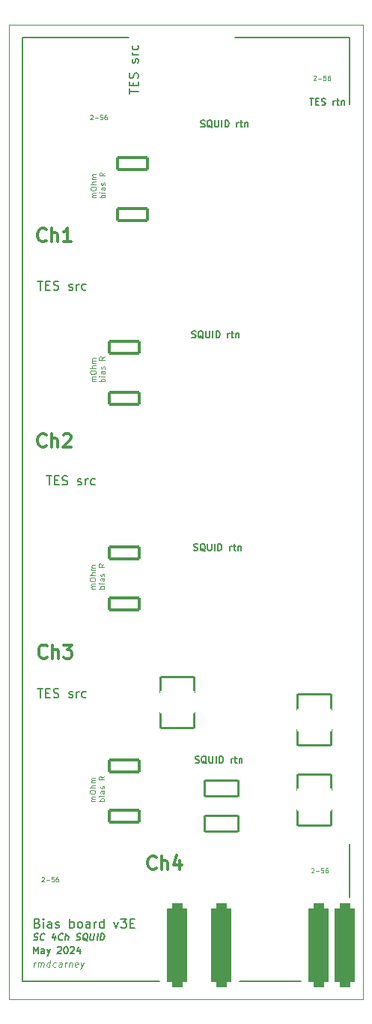
<source format=gbr>
%TF.GenerationSoftware,KiCad,Pcbnew,(6.0.11-0)*%
%TF.CreationDate,2024-06-01T13:31:22-07:00*%
%TF.ProjectId,SC_SQUID_biasBoard,53435f53-5155-4494-945f-62696173426f,v3D.0*%
%TF.SameCoordinates,Original*%
%TF.FileFunction,Legend,Top*%
%TF.FilePolarity,Positive*%
%FSLAX46Y46*%
G04 Gerber Fmt 4.6, Leading zero omitted, Abs format (unit mm)*
G04 Created by KiCad (PCBNEW (6.0.11-0)) date 2024-06-01 13:31:22*
%MOMM*%
%LPD*%
G01*
G04 APERTURE LIST*
G04 Aperture macros list*
%AMRoundRect*
0 Rectangle with rounded corners*
0 $1 Rounding radius*
0 $2 $3 $4 $5 $6 $7 $8 $9 X,Y pos of 4 corners*
0 Add a 4 corners polygon primitive as box body*
4,1,4,$2,$3,$4,$5,$6,$7,$8,$9,$2,$3,0*
0 Add four circle primitives for the rounded corners*
1,1,$1+$1,$2,$3*
1,1,$1+$1,$4,$5*
1,1,$1+$1,$6,$7*
1,1,$1+$1,$8,$9*
0 Add four rect primitives between the rounded corners*
20,1,$1+$1,$2,$3,$4,$5,0*
20,1,$1+$1,$4,$5,$6,$7,0*
20,1,$1+$1,$6,$7,$8,$9,0*
20,1,$1+$1,$8,$9,$2,$3,0*%
G04 Aperture macros list end*
%ADD10C,0.150000*%
%TA.AperFunction,Profile*%
%ADD11C,0.100000*%
%TD*%
%ADD12C,0.101600*%
%ADD13C,0.127000*%
%ADD14C,0.304800*%
%ADD15C,0.088900*%
%ADD16C,0.152400*%
%ADD17C,0.177800*%
%ADD18C,0.000000*%
%ADD19RoundRect,0.100000X-1.900000X-0.900000X1.900000X-0.900000X1.900000X0.900000X-1.900000X0.900000X0*%
%ADD20R,4.000000X2.500000*%
%ADD21C,8.500000*%
%ADD22C,4.500000*%
%ADD23C,3.200000*%
%ADD24R,2.540000X2.540000*%
%ADD25R,1.700000X1.700000*%
%ADD26O,1.700000X1.700000*%
%ADD27RoundRect,0.165000X1.685000X-0.660000X1.685000X0.660000X-1.685000X0.660000X-1.685000X-0.660000X0*%
%ADD28RoundRect,0.571500X-0.571500X-4.128500X0.571500X-4.128500X0.571500X4.128500X-0.571500X4.128500X0*%
%ADD29RoundRect,0.571500X0.571500X4.128500X-0.571500X4.128500X-0.571500X-4.128500X0.571500X-4.128500X0*%
%ADD30C,6.000000*%
G04 APERTURE END LIST*
D10*
X173500000Y-133450000D02*
X173500000Y-139500000D01*
X152000000Y-148950000D02*
X136500000Y-148950000D01*
X173500000Y-42450000D02*
X173500000Y-50000000D01*
X136500000Y-42450000D02*
X148500000Y-42450000D01*
X160500000Y-42500000D02*
X173500000Y-42450000D01*
X136500000Y-148950000D02*
X136500000Y-42450000D01*
X168000000Y-148950000D02*
X161000000Y-148950000D01*
D11*
X175000000Y-41000000D02*
X135000000Y-41000000D01*
X135000000Y-41000000D02*
X135000000Y-151000000D01*
X135000000Y-151000000D02*
X175000000Y-151000000D01*
X175000000Y-151000000D02*
X175000000Y-41000000D01*
D12*
X144726086Y-128657769D02*
X144302753Y-128657769D01*
X144363229Y-128657769D02*
X144332991Y-128627531D01*
X144302753Y-128567055D01*
X144302753Y-128476340D01*
X144332991Y-128415864D01*
X144393467Y-128385626D01*
X144726086Y-128385626D01*
X144393467Y-128385626D02*
X144332991Y-128355388D01*
X144302753Y-128294912D01*
X144302753Y-128204198D01*
X144332991Y-128143721D01*
X144393467Y-128113483D01*
X144726086Y-128113483D01*
X144091086Y-127690150D02*
X144091086Y-127569198D01*
X144121325Y-127508721D01*
X144181801Y-127448245D01*
X144302753Y-127418007D01*
X144514420Y-127418007D01*
X144635372Y-127448245D01*
X144695848Y-127508721D01*
X144726086Y-127569198D01*
X144726086Y-127690150D01*
X144695848Y-127750626D01*
X144635372Y-127811102D01*
X144514420Y-127841340D01*
X144302753Y-127841340D01*
X144181801Y-127811102D01*
X144121325Y-127750626D01*
X144091086Y-127690150D01*
X144726086Y-127145864D02*
X144091086Y-127145864D01*
X144726086Y-126873721D02*
X144393467Y-126873721D01*
X144332991Y-126903960D01*
X144302753Y-126964436D01*
X144302753Y-127055150D01*
X144332991Y-127115626D01*
X144363229Y-127145864D01*
X144726086Y-126571340D02*
X144302753Y-126571340D01*
X144363229Y-126571340D02*
X144332991Y-126541102D01*
X144302753Y-126480626D01*
X144302753Y-126389912D01*
X144332991Y-126329436D01*
X144393467Y-126299198D01*
X144726086Y-126299198D01*
X144393467Y-126299198D02*
X144332991Y-126268960D01*
X144302753Y-126208483D01*
X144302753Y-126117769D01*
X144332991Y-126057293D01*
X144393467Y-126027055D01*
X144726086Y-126027055D01*
X145748436Y-128657769D02*
X145113436Y-128657769D01*
X145355341Y-128657769D02*
X145325103Y-128597293D01*
X145325103Y-128476340D01*
X145355341Y-128415864D01*
X145385579Y-128385626D01*
X145446055Y-128355388D01*
X145627484Y-128355388D01*
X145687960Y-128385626D01*
X145718198Y-128415864D01*
X145748436Y-128476340D01*
X145748436Y-128597293D01*
X145718198Y-128657769D01*
X145748436Y-128083245D02*
X145325103Y-128083245D01*
X145113436Y-128083245D02*
X145143675Y-128113483D01*
X145173913Y-128083245D01*
X145143675Y-128053007D01*
X145113436Y-128083245D01*
X145173913Y-128083245D01*
X145748436Y-127508721D02*
X145415817Y-127508721D01*
X145355341Y-127538960D01*
X145325103Y-127599436D01*
X145325103Y-127720388D01*
X145355341Y-127780864D01*
X145718198Y-127508721D02*
X145748436Y-127569198D01*
X145748436Y-127720388D01*
X145718198Y-127780864D01*
X145657722Y-127811102D01*
X145597246Y-127811102D01*
X145536770Y-127780864D01*
X145506532Y-127720388D01*
X145506532Y-127569198D01*
X145476294Y-127508721D01*
X145718198Y-127236579D02*
X145748436Y-127176102D01*
X145748436Y-127055150D01*
X145718198Y-126994674D01*
X145657722Y-126964436D01*
X145627484Y-126964436D01*
X145567008Y-126994674D01*
X145536770Y-127055150D01*
X145536770Y-127145864D01*
X145506532Y-127206340D01*
X145446055Y-127236579D01*
X145415817Y-127236579D01*
X145355341Y-127206340D01*
X145325103Y-127145864D01*
X145325103Y-127055150D01*
X145355341Y-126994674D01*
X145748436Y-125845626D02*
X145446055Y-126057293D01*
X145748436Y-126208483D02*
X145113436Y-126208483D01*
X145113436Y-125966579D01*
X145143675Y-125906102D01*
X145173913Y-125875864D01*
X145234389Y-125845626D01*
X145325103Y-125845626D01*
X145385579Y-125875864D01*
X145415817Y-125906102D01*
X145446055Y-125966579D01*
X145446055Y-126208483D01*
D13*
X137736764Y-144308428D02*
X137841085Y-144344714D01*
X138022514Y-144344714D01*
X138099621Y-144308428D01*
X138140442Y-144272142D01*
X138185800Y-144199571D01*
X138194871Y-144127000D01*
X138167657Y-144054428D01*
X138135907Y-144018142D01*
X138067871Y-143981857D01*
X137927264Y-143945571D01*
X137859228Y-143909285D01*
X137827478Y-143873000D01*
X137800264Y-143800428D01*
X137809335Y-143727857D01*
X137854692Y-143655285D01*
X137895514Y-143619000D01*
X137972621Y-143582714D01*
X138154050Y-143582714D01*
X138258371Y-143619000D01*
X138938728Y-144272142D02*
X138897907Y-144308428D01*
X138784514Y-144344714D01*
X138711942Y-144344714D01*
X138607621Y-144308428D01*
X138544121Y-144235857D01*
X138516907Y-144163285D01*
X138498764Y-144018142D01*
X138512371Y-143909285D01*
X138566800Y-143764142D01*
X138612157Y-143691571D01*
X138693800Y-143619000D01*
X138807192Y-143582714D01*
X138879764Y-143582714D01*
X138984085Y-143619000D01*
X139015835Y-143655285D01*
X140226871Y-143836714D02*
X140163371Y-144344714D01*
X140081728Y-143546428D02*
X139832264Y-144090714D01*
X140303978Y-144090714D01*
X141007014Y-144272142D02*
X140966192Y-144308428D01*
X140852800Y-144344714D01*
X140780228Y-144344714D01*
X140675907Y-144308428D01*
X140612407Y-144235857D01*
X140585192Y-144163285D01*
X140567050Y-144018142D01*
X140580657Y-143909285D01*
X140635085Y-143764142D01*
X140680442Y-143691571D01*
X140762085Y-143619000D01*
X140875478Y-143582714D01*
X140948050Y-143582714D01*
X141052371Y-143619000D01*
X141084121Y-143655285D01*
X141324514Y-144344714D02*
X141419764Y-143582714D01*
X141651085Y-144344714D02*
X141700978Y-143945571D01*
X141673764Y-143873000D01*
X141605728Y-143836714D01*
X141496871Y-143836714D01*
X141419764Y-143873000D01*
X141378942Y-143909285D01*
X142562764Y-144308428D02*
X142667085Y-144344714D01*
X142848514Y-144344714D01*
X142925621Y-144308428D01*
X142966442Y-144272142D01*
X143011800Y-144199571D01*
X143020871Y-144127000D01*
X142993657Y-144054428D01*
X142961907Y-144018142D01*
X142893871Y-143981857D01*
X142753264Y-143945571D01*
X142685228Y-143909285D01*
X142653478Y-143873000D01*
X142626264Y-143800428D01*
X142635335Y-143727857D01*
X142680692Y-143655285D01*
X142721514Y-143619000D01*
X142798621Y-143582714D01*
X142980050Y-143582714D01*
X143084371Y-143619000D01*
X143819157Y-144417285D02*
X143751121Y-144381000D01*
X143687621Y-144308428D01*
X143592371Y-144199571D01*
X143524335Y-144163285D01*
X143451764Y-144163285D01*
X143465371Y-144344714D02*
X143397335Y-144308428D01*
X143333835Y-144235857D01*
X143315692Y-144090714D01*
X143347442Y-143836714D01*
X143401871Y-143691571D01*
X143483514Y-143619000D01*
X143560621Y-143582714D01*
X143705764Y-143582714D01*
X143773800Y-143619000D01*
X143837300Y-143691571D01*
X143855442Y-143836714D01*
X143823692Y-144090714D01*
X143769264Y-144235857D01*
X143687621Y-144308428D01*
X143610514Y-144344714D01*
X143465371Y-144344714D01*
X144213764Y-143582714D02*
X144136657Y-144199571D01*
X144163871Y-144272142D01*
X144195621Y-144308428D01*
X144263657Y-144344714D01*
X144408800Y-144344714D01*
X144485907Y-144308428D01*
X144526728Y-144272142D01*
X144572085Y-144199571D01*
X144649192Y-143582714D01*
X144916800Y-144344714D02*
X145012050Y-143582714D01*
X145279657Y-144344714D02*
X145374907Y-143582714D01*
X145556335Y-143582714D01*
X145660657Y-143619000D01*
X145724157Y-143691571D01*
X145751371Y-143764142D01*
X145769514Y-143909285D01*
X145755907Y-144018142D01*
X145701478Y-144163285D01*
X145656121Y-144235857D01*
X145574478Y-144308428D01*
X145461085Y-144344714D01*
X145279657Y-144344714D01*
D14*
X139156834Y-88544285D02*
X139084262Y-88616857D01*
X138866548Y-88689428D01*
X138721405Y-88689428D01*
X138503691Y-88616857D01*
X138358548Y-88471714D01*
X138285977Y-88326571D01*
X138213405Y-88036285D01*
X138213405Y-87818571D01*
X138285977Y-87528285D01*
X138358548Y-87383142D01*
X138503691Y-87238000D01*
X138721405Y-87165428D01*
X138866548Y-87165428D01*
X139084262Y-87238000D01*
X139156834Y-87310571D01*
X139809977Y-88689428D02*
X139809977Y-87165428D01*
X140463120Y-88689428D02*
X140463120Y-87891142D01*
X140390548Y-87746000D01*
X140245405Y-87673428D01*
X140027691Y-87673428D01*
X139882548Y-87746000D01*
X139809977Y-87818571D01*
X141116262Y-87310571D02*
X141188834Y-87238000D01*
X141333977Y-87165428D01*
X141696834Y-87165428D01*
X141841977Y-87238000D01*
X141914548Y-87310571D01*
X141987120Y-87455714D01*
X141987120Y-87600857D01*
X141914548Y-87818571D01*
X141043691Y-88689428D01*
X141987120Y-88689428D01*
D15*
X144154546Y-51270190D02*
X144178737Y-51246000D01*
X144227118Y-51221809D01*
X144348070Y-51221809D01*
X144396451Y-51246000D01*
X144420642Y-51270190D01*
X144444832Y-51318571D01*
X144444832Y-51366952D01*
X144420642Y-51439523D01*
X144130356Y-51729809D01*
X144444832Y-51729809D01*
X144662546Y-51536285D02*
X145049594Y-51536285D01*
X145533404Y-51221809D02*
X145291499Y-51221809D01*
X145267308Y-51463714D01*
X145291499Y-51439523D01*
X145339880Y-51415333D01*
X145460832Y-51415333D01*
X145509213Y-51439523D01*
X145533404Y-51463714D01*
X145557594Y-51512095D01*
X145557594Y-51633047D01*
X145533404Y-51681428D01*
X145509213Y-51705619D01*
X145460832Y-51729809D01*
X145339880Y-51729809D01*
X145291499Y-51705619D01*
X145267308Y-51681428D01*
X145993023Y-51221809D02*
X145896261Y-51221809D01*
X145847880Y-51246000D01*
X145823689Y-51270190D01*
X145775308Y-51342761D01*
X145751118Y-51439523D01*
X145751118Y-51633047D01*
X145775308Y-51681428D01*
X145799499Y-51705619D01*
X145847880Y-51729809D01*
X145944642Y-51729809D01*
X145993023Y-51705619D01*
X146017213Y-51681428D01*
X146041404Y-51633047D01*
X146041404Y-51512095D01*
X146017213Y-51463714D01*
X145993023Y-51439523D01*
X145944642Y-51415333D01*
X145847880Y-51415333D01*
X145799499Y-51439523D01*
X145775308Y-51463714D01*
X145751118Y-51512095D01*
D14*
X139156834Y-65369285D02*
X139084262Y-65441857D01*
X138866548Y-65514428D01*
X138721405Y-65514428D01*
X138503691Y-65441857D01*
X138358548Y-65296714D01*
X138285977Y-65151571D01*
X138213405Y-64861285D01*
X138213405Y-64643571D01*
X138285977Y-64353285D01*
X138358548Y-64208142D01*
X138503691Y-64063000D01*
X138721405Y-63990428D01*
X138866548Y-63990428D01*
X139084262Y-64063000D01*
X139156834Y-64135571D01*
X139809977Y-65514428D02*
X139809977Y-63990428D01*
X140463120Y-65514428D02*
X140463120Y-64716142D01*
X140390548Y-64571000D01*
X140245405Y-64498428D01*
X140027691Y-64498428D01*
X139882548Y-64571000D01*
X139809977Y-64643571D01*
X141987120Y-65514428D02*
X141116262Y-65514428D01*
X141551691Y-65514428D02*
X141551691Y-63990428D01*
X141406548Y-64208142D01*
X141261405Y-64353285D01*
X141116262Y-64425857D01*
D13*
X168980121Y-49332714D02*
X169415550Y-49332714D01*
X169197835Y-50094714D02*
X169197835Y-49332714D01*
X169669550Y-49695571D02*
X169923550Y-49695571D01*
X170032407Y-50094714D02*
X169669550Y-50094714D01*
X169669550Y-49332714D01*
X170032407Y-49332714D01*
X170322692Y-50058428D02*
X170431550Y-50094714D01*
X170612978Y-50094714D01*
X170685550Y-50058428D01*
X170721835Y-50022142D01*
X170758121Y-49949571D01*
X170758121Y-49877000D01*
X170721835Y-49804428D01*
X170685550Y-49768142D01*
X170612978Y-49731857D01*
X170467835Y-49695571D01*
X170395264Y-49659285D01*
X170358978Y-49623000D01*
X170322692Y-49550428D01*
X170322692Y-49477857D01*
X170358978Y-49405285D01*
X170395264Y-49369000D01*
X170467835Y-49332714D01*
X170649264Y-49332714D01*
X170758121Y-49369000D01*
X171665264Y-50094714D02*
X171665264Y-49586714D01*
X171665264Y-49731857D02*
X171701550Y-49659285D01*
X171737835Y-49623000D01*
X171810407Y-49586714D01*
X171882978Y-49586714D01*
X172028121Y-49586714D02*
X172318407Y-49586714D01*
X172136978Y-49332714D02*
X172136978Y-49985857D01*
X172173264Y-50058428D01*
X172245835Y-50094714D01*
X172318407Y-50094714D01*
X172572407Y-49586714D02*
X172572407Y-50094714D01*
X172572407Y-49659285D02*
X172608692Y-49623000D01*
X172681264Y-49586714D01*
X172790121Y-49586714D01*
X172862692Y-49623000D01*
X172898978Y-49695571D01*
X172898978Y-50094714D01*
X155652692Y-76308428D02*
X155761550Y-76344714D01*
X155942978Y-76344714D01*
X156015550Y-76308428D01*
X156051835Y-76272142D01*
X156088121Y-76199571D01*
X156088121Y-76127000D01*
X156051835Y-76054428D01*
X156015550Y-76018142D01*
X155942978Y-75981857D01*
X155797835Y-75945571D01*
X155725264Y-75909285D01*
X155688978Y-75873000D01*
X155652692Y-75800428D01*
X155652692Y-75727857D01*
X155688978Y-75655285D01*
X155725264Y-75619000D01*
X155797835Y-75582714D01*
X155979264Y-75582714D01*
X156088121Y-75619000D01*
X156922692Y-76417285D02*
X156850121Y-76381000D01*
X156777550Y-76308428D01*
X156668692Y-76199571D01*
X156596121Y-76163285D01*
X156523550Y-76163285D01*
X156559835Y-76344714D02*
X156487264Y-76308428D01*
X156414692Y-76235857D01*
X156378407Y-76090714D01*
X156378407Y-75836714D01*
X156414692Y-75691571D01*
X156487264Y-75619000D01*
X156559835Y-75582714D01*
X156704978Y-75582714D01*
X156777550Y-75619000D01*
X156850121Y-75691571D01*
X156886407Y-75836714D01*
X156886407Y-76090714D01*
X156850121Y-76235857D01*
X156777550Y-76308428D01*
X156704978Y-76344714D01*
X156559835Y-76344714D01*
X157212978Y-75582714D02*
X157212978Y-76199571D01*
X157249264Y-76272142D01*
X157285550Y-76308428D01*
X157358121Y-76344714D01*
X157503264Y-76344714D01*
X157575835Y-76308428D01*
X157612121Y-76272142D01*
X157648407Y-76199571D01*
X157648407Y-75582714D01*
X158011264Y-76344714D02*
X158011264Y-75582714D01*
X158374121Y-76344714D02*
X158374121Y-75582714D01*
X158555550Y-75582714D01*
X158664407Y-75619000D01*
X158736978Y-75691571D01*
X158773264Y-75764142D01*
X158809550Y-75909285D01*
X158809550Y-76018142D01*
X158773264Y-76163285D01*
X158736978Y-76235857D01*
X158664407Y-76308428D01*
X158555550Y-76344714D01*
X158374121Y-76344714D01*
X159716692Y-76344714D02*
X159716692Y-75836714D01*
X159716692Y-75981857D02*
X159752978Y-75909285D01*
X159789264Y-75873000D01*
X159861835Y-75836714D01*
X159934407Y-75836714D01*
X160079550Y-75836714D02*
X160369835Y-75836714D01*
X160188407Y-75582714D02*
X160188407Y-76235857D01*
X160224692Y-76308428D01*
X160297264Y-76344714D01*
X160369835Y-76344714D01*
X160623835Y-75836714D02*
X160623835Y-76344714D01*
X160623835Y-75909285D02*
X160660121Y-75873000D01*
X160732692Y-75836714D01*
X160841550Y-75836714D01*
X160914121Y-75873000D01*
X160950407Y-75945571D01*
X160950407Y-76344714D01*
D16*
X138179631Y-142427428D02*
X138324774Y-142475809D01*
X138373155Y-142524190D01*
X138421536Y-142620952D01*
X138421536Y-142766095D01*
X138373155Y-142862857D01*
X138324774Y-142911238D01*
X138228012Y-142959619D01*
X137840964Y-142959619D01*
X137840964Y-141943619D01*
X138179631Y-141943619D01*
X138276393Y-141992000D01*
X138324774Y-142040380D01*
X138373155Y-142137142D01*
X138373155Y-142233904D01*
X138324774Y-142330666D01*
X138276393Y-142379047D01*
X138179631Y-142427428D01*
X137840964Y-142427428D01*
X138856964Y-142959619D02*
X138856964Y-142282285D01*
X138856964Y-141943619D02*
X138808583Y-141992000D01*
X138856964Y-142040380D01*
X138905345Y-141992000D01*
X138856964Y-141943619D01*
X138856964Y-142040380D01*
X139776202Y-142959619D02*
X139776202Y-142427428D01*
X139727821Y-142330666D01*
X139631060Y-142282285D01*
X139437536Y-142282285D01*
X139340774Y-142330666D01*
X139776202Y-142911238D02*
X139679440Y-142959619D01*
X139437536Y-142959619D01*
X139340774Y-142911238D01*
X139292393Y-142814476D01*
X139292393Y-142717714D01*
X139340774Y-142620952D01*
X139437536Y-142572571D01*
X139679440Y-142572571D01*
X139776202Y-142524190D01*
X140211631Y-142911238D02*
X140308393Y-142959619D01*
X140501917Y-142959619D01*
X140598679Y-142911238D01*
X140647060Y-142814476D01*
X140647060Y-142766095D01*
X140598679Y-142669333D01*
X140501917Y-142620952D01*
X140356774Y-142620952D01*
X140260012Y-142572571D01*
X140211631Y-142475809D01*
X140211631Y-142427428D01*
X140260012Y-142330666D01*
X140356774Y-142282285D01*
X140501917Y-142282285D01*
X140598679Y-142330666D01*
X141856583Y-142959619D02*
X141856583Y-141943619D01*
X141856583Y-142330666D02*
X141953345Y-142282285D01*
X142146869Y-142282285D01*
X142243631Y-142330666D01*
X142292012Y-142379047D01*
X142340393Y-142475809D01*
X142340393Y-142766095D01*
X142292012Y-142862857D01*
X142243631Y-142911238D01*
X142146869Y-142959619D01*
X141953345Y-142959619D01*
X141856583Y-142911238D01*
X142920964Y-142959619D02*
X142824202Y-142911238D01*
X142775821Y-142862857D01*
X142727440Y-142766095D01*
X142727440Y-142475809D01*
X142775821Y-142379047D01*
X142824202Y-142330666D01*
X142920964Y-142282285D01*
X143066107Y-142282285D01*
X143162869Y-142330666D01*
X143211250Y-142379047D01*
X143259631Y-142475809D01*
X143259631Y-142766095D01*
X143211250Y-142862857D01*
X143162869Y-142911238D01*
X143066107Y-142959619D01*
X142920964Y-142959619D01*
X144130488Y-142959619D02*
X144130488Y-142427428D01*
X144082107Y-142330666D01*
X143985345Y-142282285D01*
X143791821Y-142282285D01*
X143695060Y-142330666D01*
X144130488Y-142911238D02*
X144033726Y-142959619D01*
X143791821Y-142959619D01*
X143695060Y-142911238D01*
X143646679Y-142814476D01*
X143646679Y-142717714D01*
X143695060Y-142620952D01*
X143791821Y-142572571D01*
X144033726Y-142572571D01*
X144130488Y-142524190D01*
X144614298Y-142959619D02*
X144614298Y-142282285D01*
X144614298Y-142475809D02*
X144662679Y-142379047D01*
X144711060Y-142330666D01*
X144807821Y-142282285D01*
X144904583Y-142282285D01*
X145678679Y-142959619D02*
X145678679Y-141943619D01*
X145678679Y-142911238D02*
X145581917Y-142959619D01*
X145388393Y-142959619D01*
X145291631Y-142911238D01*
X145243250Y-142862857D01*
X145194869Y-142766095D01*
X145194869Y-142475809D01*
X145243250Y-142379047D01*
X145291631Y-142330666D01*
X145388393Y-142282285D01*
X145581917Y-142282285D01*
X145678679Y-142330666D01*
X146839821Y-142282285D02*
X147081726Y-142959619D01*
X147323631Y-142282285D01*
X147613917Y-141943619D02*
X148242869Y-141943619D01*
X147904202Y-142330666D01*
X148049345Y-142330666D01*
X148146107Y-142379047D01*
X148194488Y-142427428D01*
X148242869Y-142524190D01*
X148242869Y-142766095D01*
X148194488Y-142862857D01*
X148146107Y-142911238D01*
X148049345Y-142959619D01*
X147759060Y-142959619D01*
X147662298Y-142911238D01*
X147613917Y-142862857D01*
X148678298Y-142427428D02*
X149016964Y-142427428D01*
X149162107Y-142959619D02*
X148678298Y-142959619D01*
X148678298Y-141943619D01*
X149162107Y-141943619D01*
D12*
X137752004Y-147344714D02*
X137815504Y-146836714D01*
X137797361Y-146981857D02*
X137842718Y-146909285D01*
X137883540Y-146873000D01*
X137960647Y-146836714D01*
X138033218Y-146836714D01*
X138223718Y-147344714D02*
X138287218Y-146836714D01*
X138278147Y-146909285D02*
X138318968Y-146873000D01*
X138396075Y-146836714D01*
X138504932Y-146836714D01*
X138572968Y-146873000D01*
X138600182Y-146945571D01*
X138550290Y-147344714D01*
X138600182Y-146945571D02*
X138645540Y-146873000D01*
X138722647Y-146836714D01*
X138831504Y-146836714D01*
X138899540Y-146873000D01*
X138926754Y-146945571D01*
X138876861Y-147344714D01*
X139566290Y-147344714D02*
X139661540Y-146582714D01*
X139570825Y-147308428D02*
X139493718Y-147344714D01*
X139348575Y-147344714D01*
X139280540Y-147308428D01*
X139248790Y-147272142D01*
X139221575Y-147199571D01*
X139248790Y-146981857D01*
X139294147Y-146909285D01*
X139334968Y-146873000D01*
X139412075Y-146836714D01*
X139557218Y-146836714D01*
X139625254Y-146873000D01*
X140260254Y-147308428D02*
X140183147Y-147344714D01*
X140038004Y-147344714D01*
X139969968Y-147308428D01*
X139938218Y-147272142D01*
X139911004Y-147199571D01*
X139938218Y-146981857D01*
X139983575Y-146909285D01*
X140024397Y-146873000D01*
X140101504Y-146836714D01*
X140246647Y-146836714D01*
X140314682Y-146873000D01*
X140908861Y-147344714D02*
X140958754Y-146945571D01*
X140931540Y-146873000D01*
X140863504Y-146836714D01*
X140718361Y-146836714D01*
X140641254Y-146873000D01*
X140913397Y-147308428D02*
X140836290Y-147344714D01*
X140654861Y-147344714D01*
X140586825Y-147308428D01*
X140559611Y-147235857D01*
X140568682Y-147163285D01*
X140614040Y-147090714D01*
X140691147Y-147054428D01*
X140872575Y-147054428D01*
X140949682Y-147018142D01*
X141271718Y-147344714D02*
X141335218Y-146836714D01*
X141317075Y-146981857D02*
X141362432Y-146909285D01*
X141403254Y-146873000D01*
X141480361Y-146836714D01*
X141552932Y-146836714D01*
X141806932Y-146836714D02*
X141743432Y-147344714D01*
X141797861Y-146909285D02*
X141838682Y-146873000D01*
X141915790Y-146836714D01*
X142024647Y-146836714D01*
X142092682Y-146873000D01*
X142119897Y-146945571D01*
X142070004Y-147344714D01*
X142727682Y-147308428D02*
X142650575Y-147344714D01*
X142505432Y-147344714D01*
X142437397Y-147308428D01*
X142410182Y-147235857D01*
X142446468Y-146945571D01*
X142491825Y-146873000D01*
X142568932Y-146836714D01*
X142714075Y-146836714D01*
X142782111Y-146873000D01*
X142809325Y-146945571D01*
X142800254Y-147018142D01*
X142428325Y-147090714D01*
X143076932Y-146836714D02*
X143194861Y-147344714D01*
X143439790Y-146836714D02*
X143194861Y-147344714D01*
X143099611Y-147526142D01*
X143058790Y-147562428D01*
X142981682Y-147598714D01*
X144801086Y-60532769D02*
X144377753Y-60532769D01*
X144438229Y-60532769D02*
X144407991Y-60502531D01*
X144377753Y-60442055D01*
X144377753Y-60351340D01*
X144407991Y-60290864D01*
X144468467Y-60260626D01*
X144801086Y-60260626D01*
X144468467Y-60260626D02*
X144407991Y-60230388D01*
X144377753Y-60169912D01*
X144377753Y-60079198D01*
X144407991Y-60018721D01*
X144468467Y-59988483D01*
X144801086Y-59988483D01*
X144166086Y-59565150D02*
X144166086Y-59444198D01*
X144196325Y-59383721D01*
X144256801Y-59323245D01*
X144377753Y-59293007D01*
X144589420Y-59293007D01*
X144710372Y-59323245D01*
X144770848Y-59383721D01*
X144801086Y-59444198D01*
X144801086Y-59565150D01*
X144770848Y-59625626D01*
X144710372Y-59686102D01*
X144589420Y-59716340D01*
X144377753Y-59716340D01*
X144256801Y-59686102D01*
X144196325Y-59625626D01*
X144166086Y-59565150D01*
X144801086Y-59020864D02*
X144166086Y-59020864D01*
X144801086Y-58748721D02*
X144468467Y-58748721D01*
X144407991Y-58778960D01*
X144377753Y-58839436D01*
X144377753Y-58930150D01*
X144407991Y-58990626D01*
X144438229Y-59020864D01*
X144801086Y-58446340D02*
X144377753Y-58446340D01*
X144438229Y-58446340D02*
X144407991Y-58416102D01*
X144377753Y-58355626D01*
X144377753Y-58264912D01*
X144407991Y-58204436D01*
X144468467Y-58174198D01*
X144801086Y-58174198D01*
X144468467Y-58174198D02*
X144407991Y-58143960D01*
X144377753Y-58083483D01*
X144377753Y-57992769D01*
X144407991Y-57932293D01*
X144468467Y-57902055D01*
X144801086Y-57902055D01*
X145823436Y-60532769D02*
X145188436Y-60532769D01*
X145430341Y-60532769D02*
X145400103Y-60472293D01*
X145400103Y-60351340D01*
X145430341Y-60290864D01*
X145460579Y-60260626D01*
X145521055Y-60230388D01*
X145702484Y-60230388D01*
X145762960Y-60260626D01*
X145793198Y-60290864D01*
X145823436Y-60351340D01*
X145823436Y-60472293D01*
X145793198Y-60532769D01*
X145823436Y-59958245D02*
X145400103Y-59958245D01*
X145188436Y-59958245D02*
X145218675Y-59988483D01*
X145248913Y-59958245D01*
X145218675Y-59928007D01*
X145188436Y-59958245D01*
X145248913Y-59958245D01*
X145823436Y-59383721D02*
X145490817Y-59383721D01*
X145430341Y-59413960D01*
X145400103Y-59474436D01*
X145400103Y-59595388D01*
X145430341Y-59655864D01*
X145793198Y-59383721D02*
X145823436Y-59444198D01*
X145823436Y-59595388D01*
X145793198Y-59655864D01*
X145732722Y-59686102D01*
X145672246Y-59686102D01*
X145611770Y-59655864D01*
X145581532Y-59595388D01*
X145581532Y-59444198D01*
X145551294Y-59383721D01*
X145793198Y-59111579D02*
X145823436Y-59051102D01*
X145823436Y-58930150D01*
X145793198Y-58869674D01*
X145732722Y-58839436D01*
X145702484Y-58839436D01*
X145642008Y-58869674D01*
X145611770Y-58930150D01*
X145611770Y-59020864D01*
X145581532Y-59081340D01*
X145521055Y-59111579D01*
X145490817Y-59111579D01*
X145430341Y-59081340D01*
X145400103Y-59020864D01*
X145400103Y-58930150D01*
X145430341Y-58869674D01*
X145823436Y-57720626D02*
X145521055Y-57932293D01*
X145823436Y-58083483D02*
X145188436Y-58083483D01*
X145188436Y-57841579D01*
X145218675Y-57781102D01*
X145248913Y-57750864D01*
X145309389Y-57720626D01*
X145400103Y-57720626D01*
X145460579Y-57750864D01*
X145490817Y-57781102D01*
X145521055Y-57841579D01*
X145521055Y-58083483D01*
D14*
X139256834Y-112394285D02*
X139184262Y-112466857D01*
X138966548Y-112539428D01*
X138821405Y-112539428D01*
X138603691Y-112466857D01*
X138458548Y-112321714D01*
X138385977Y-112176571D01*
X138313405Y-111886285D01*
X138313405Y-111668571D01*
X138385977Y-111378285D01*
X138458548Y-111233142D01*
X138603691Y-111088000D01*
X138821405Y-111015428D01*
X138966548Y-111015428D01*
X139184262Y-111088000D01*
X139256834Y-111160571D01*
X139909977Y-112539428D02*
X139909977Y-111015428D01*
X140563120Y-112539428D02*
X140563120Y-111741142D01*
X140490548Y-111596000D01*
X140345405Y-111523428D01*
X140127691Y-111523428D01*
X139982548Y-111596000D01*
X139909977Y-111668571D01*
X141143691Y-111015428D02*
X142087120Y-111015428D01*
X141579120Y-111596000D01*
X141796834Y-111596000D01*
X141941977Y-111668571D01*
X142014548Y-111741142D01*
X142087120Y-111886285D01*
X142087120Y-112249142D01*
X142014548Y-112394285D01*
X141941977Y-112466857D01*
X141796834Y-112539428D01*
X141361405Y-112539428D01*
X141216262Y-112466857D01*
X141143691Y-112394285D01*
D15*
X169154546Y-136270190D02*
X169178737Y-136246000D01*
X169227118Y-136221809D01*
X169348070Y-136221809D01*
X169396451Y-136246000D01*
X169420642Y-136270190D01*
X169444832Y-136318571D01*
X169444832Y-136366952D01*
X169420642Y-136439523D01*
X169130356Y-136729809D01*
X169444832Y-136729809D01*
X169662546Y-136536285D02*
X170049594Y-136536285D01*
X170533404Y-136221809D02*
X170291499Y-136221809D01*
X170267308Y-136463714D01*
X170291499Y-136439523D01*
X170339880Y-136415333D01*
X170460832Y-136415333D01*
X170509213Y-136439523D01*
X170533404Y-136463714D01*
X170557594Y-136512095D01*
X170557594Y-136633047D01*
X170533404Y-136681428D01*
X170509213Y-136705619D01*
X170460832Y-136729809D01*
X170339880Y-136729809D01*
X170291499Y-136705619D01*
X170267308Y-136681428D01*
X170993023Y-136221809D02*
X170896261Y-136221809D01*
X170847880Y-136246000D01*
X170823689Y-136270190D01*
X170775308Y-136342761D01*
X170751118Y-136439523D01*
X170751118Y-136633047D01*
X170775308Y-136681428D01*
X170799499Y-136705619D01*
X170847880Y-136729809D01*
X170944642Y-136729809D01*
X170993023Y-136705619D01*
X171017213Y-136681428D01*
X171041404Y-136633047D01*
X171041404Y-136512095D01*
X171017213Y-136463714D01*
X170993023Y-136439523D01*
X170944642Y-136415333D01*
X170847880Y-136415333D01*
X170799499Y-136439523D01*
X170775308Y-136463714D01*
X170751118Y-136512095D01*
D12*
X144776086Y-81282769D02*
X144352753Y-81282769D01*
X144413229Y-81282769D02*
X144382991Y-81252531D01*
X144352753Y-81192055D01*
X144352753Y-81101340D01*
X144382991Y-81040864D01*
X144443467Y-81010626D01*
X144776086Y-81010626D01*
X144443467Y-81010626D02*
X144382991Y-80980388D01*
X144352753Y-80919912D01*
X144352753Y-80829198D01*
X144382991Y-80768721D01*
X144443467Y-80738483D01*
X144776086Y-80738483D01*
X144141086Y-80315150D02*
X144141086Y-80194198D01*
X144171325Y-80133721D01*
X144231801Y-80073245D01*
X144352753Y-80043007D01*
X144564420Y-80043007D01*
X144685372Y-80073245D01*
X144745848Y-80133721D01*
X144776086Y-80194198D01*
X144776086Y-80315150D01*
X144745848Y-80375626D01*
X144685372Y-80436102D01*
X144564420Y-80466340D01*
X144352753Y-80466340D01*
X144231801Y-80436102D01*
X144171325Y-80375626D01*
X144141086Y-80315150D01*
X144776086Y-79770864D02*
X144141086Y-79770864D01*
X144776086Y-79498721D02*
X144443467Y-79498721D01*
X144382991Y-79528960D01*
X144352753Y-79589436D01*
X144352753Y-79680150D01*
X144382991Y-79740626D01*
X144413229Y-79770864D01*
X144776086Y-79196340D02*
X144352753Y-79196340D01*
X144413229Y-79196340D02*
X144382991Y-79166102D01*
X144352753Y-79105626D01*
X144352753Y-79014912D01*
X144382991Y-78954436D01*
X144443467Y-78924198D01*
X144776086Y-78924198D01*
X144443467Y-78924198D02*
X144382991Y-78893960D01*
X144352753Y-78833483D01*
X144352753Y-78742769D01*
X144382991Y-78682293D01*
X144443467Y-78652055D01*
X144776086Y-78652055D01*
X145798436Y-81282769D02*
X145163436Y-81282769D01*
X145405341Y-81282769D02*
X145375103Y-81222293D01*
X145375103Y-81101340D01*
X145405341Y-81040864D01*
X145435579Y-81010626D01*
X145496055Y-80980388D01*
X145677484Y-80980388D01*
X145737960Y-81010626D01*
X145768198Y-81040864D01*
X145798436Y-81101340D01*
X145798436Y-81222293D01*
X145768198Y-81282769D01*
X145798436Y-80708245D02*
X145375103Y-80708245D01*
X145163436Y-80708245D02*
X145193675Y-80738483D01*
X145223913Y-80708245D01*
X145193675Y-80678007D01*
X145163436Y-80708245D01*
X145223913Y-80708245D01*
X145798436Y-80133721D02*
X145465817Y-80133721D01*
X145405341Y-80163960D01*
X145375103Y-80224436D01*
X145375103Y-80345388D01*
X145405341Y-80405864D01*
X145768198Y-80133721D02*
X145798436Y-80194198D01*
X145798436Y-80345388D01*
X145768198Y-80405864D01*
X145707722Y-80436102D01*
X145647246Y-80436102D01*
X145586770Y-80405864D01*
X145556532Y-80345388D01*
X145556532Y-80194198D01*
X145526294Y-80133721D01*
X145768198Y-79861579D02*
X145798436Y-79801102D01*
X145798436Y-79680150D01*
X145768198Y-79619674D01*
X145707722Y-79589436D01*
X145677484Y-79589436D01*
X145617008Y-79619674D01*
X145586770Y-79680150D01*
X145586770Y-79770864D01*
X145556532Y-79831340D01*
X145496055Y-79861579D01*
X145465817Y-79861579D01*
X145405341Y-79831340D01*
X145375103Y-79770864D01*
X145375103Y-79680150D01*
X145405341Y-79619674D01*
X145798436Y-78470626D02*
X145496055Y-78682293D01*
X145798436Y-78833483D02*
X145163436Y-78833483D01*
X145163436Y-78591579D01*
X145193675Y-78531102D01*
X145223913Y-78500864D01*
X145284389Y-78470626D01*
X145375103Y-78470626D01*
X145435579Y-78500864D01*
X145465817Y-78531102D01*
X145496055Y-78591579D01*
X145496055Y-78833483D01*
D17*
X148568619Y-48837668D02*
X148568619Y-48257096D01*
X149584619Y-48547382D02*
X148568619Y-48547382D01*
X149052428Y-47918430D02*
X149052428Y-47579763D01*
X149584619Y-47434620D02*
X149584619Y-47918430D01*
X148568619Y-47918430D01*
X148568619Y-47434620D01*
X149536238Y-47047572D02*
X149584619Y-46902430D01*
X149584619Y-46660525D01*
X149536238Y-46563763D01*
X149487857Y-46515382D01*
X149391095Y-46467001D01*
X149294333Y-46467001D01*
X149197571Y-46515382D01*
X149149190Y-46563763D01*
X149100809Y-46660525D01*
X149052428Y-46854049D01*
X149004047Y-46950810D01*
X148955666Y-46999191D01*
X148858904Y-47047572D01*
X148762142Y-47047572D01*
X148665380Y-46999191D01*
X148617000Y-46950810D01*
X148568619Y-46854049D01*
X148568619Y-46612144D01*
X148617000Y-46467001D01*
X149536238Y-45305858D02*
X149584619Y-45209096D01*
X149584619Y-45015572D01*
X149536238Y-44918810D01*
X149439476Y-44870430D01*
X149391095Y-44870430D01*
X149294333Y-44918810D01*
X149245952Y-45015572D01*
X149245952Y-45160715D01*
X149197571Y-45257477D01*
X149100809Y-45305858D01*
X149052428Y-45305858D01*
X148955666Y-45257477D01*
X148907285Y-45160715D01*
X148907285Y-45015572D01*
X148955666Y-44918810D01*
X149584619Y-44435001D02*
X148907285Y-44435001D01*
X149100809Y-44435001D02*
X149004047Y-44386620D01*
X148955666Y-44338239D01*
X148907285Y-44241477D01*
X148907285Y-44144715D01*
X149536238Y-43370620D02*
X149584619Y-43467382D01*
X149584619Y-43660906D01*
X149536238Y-43757668D01*
X149487857Y-43806049D01*
X149391095Y-43854430D01*
X149100809Y-43854430D01*
X149004047Y-43806049D01*
X148955666Y-43757668D01*
X148907285Y-43660906D01*
X148907285Y-43467382D01*
X148955666Y-43370620D01*
D15*
X169404546Y-46820190D02*
X169428737Y-46796000D01*
X169477118Y-46771809D01*
X169598070Y-46771809D01*
X169646451Y-46796000D01*
X169670642Y-46820190D01*
X169694832Y-46868571D01*
X169694832Y-46916952D01*
X169670642Y-46989523D01*
X169380356Y-47279809D01*
X169694832Y-47279809D01*
X169912546Y-47086285D02*
X170299594Y-47086285D01*
X170783404Y-46771809D02*
X170541499Y-46771809D01*
X170517308Y-47013714D01*
X170541499Y-46989523D01*
X170589880Y-46965333D01*
X170710832Y-46965333D01*
X170759213Y-46989523D01*
X170783404Y-47013714D01*
X170807594Y-47062095D01*
X170807594Y-47183047D01*
X170783404Y-47231428D01*
X170759213Y-47255619D01*
X170710832Y-47279809D01*
X170589880Y-47279809D01*
X170541499Y-47255619D01*
X170517308Y-47231428D01*
X171243023Y-46771809D02*
X171146261Y-46771809D01*
X171097880Y-46796000D01*
X171073689Y-46820190D01*
X171025308Y-46892761D01*
X171001118Y-46989523D01*
X171001118Y-47183047D01*
X171025308Y-47231428D01*
X171049499Y-47255619D01*
X171097880Y-47279809D01*
X171194642Y-47279809D01*
X171243023Y-47255619D01*
X171267213Y-47231428D01*
X171291404Y-47183047D01*
X171291404Y-47062095D01*
X171267213Y-47013714D01*
X171243023Y-46989523D01*
X171194642Y-46965333D01*
X171097880Y-46965333D01*
X171049499Y-46989523D01*
X171025308Y-47013714D01*
X171001118Y-47062095D01*
D17*
X138212331Y-69943619D02*
X138792903Y-69943619D01*
X138502617Y-70959619D02*
X138502617Y-69943619D01*
X139131570Y-70427428D02*
X139470236Y-70427428D01*
X139615379Y-70959619D02*
X139131570Y-70959619D01*
X139131570Y-69943619D01*
X139615379Y-69943619D01*
X140002427Y-70911238D02*
X140147570Y-70959619D01*
X140389474Y-70959619D01*
X140486236Y-70911238D01*
X140534617Y-70862857D01*
X140582998Y-70766095D01*
X140582998Y-70669333D01*
X140534617Y-70572571D01*
X140486236Y-70524190D01*
X140389474Y-70475809D01*
X140195950Y-70427428D01*
X140099189Y-70379047D01*
X140050808Y-70330666D01*
X140002427Y-70233904D01*
X140002427Y-70137142D01*
X140050808Y-70040380D01*
X140099189Y-69992000D01*
X140195950Y-69943619D01*
X140437855Y-69943619D01*
X140582998Y-69992000D01*
X141744141Y-70911238D02*
X141840903Y-70959619D01*
X142034427Y-70959619D01*
X142131189Y-70911238D01*
X142179570Y-70814476D01*
X142179570Y-70766095D01*
X142131189Y-70669333D01*
X142034427Y-70620952D01*
X141889284Y-70620952D01*
X141792522Y-70572571D01*
X141744141Y-70475809D01*
X141744141Y-70427428D01*
X141792522Y-70330666D01*
X141889284Y-70282285D01*
X142034427Y-70282285D01*
X142131189Y-70330666D01*
X142614998Y-70959619D02*
X142614998Y-70282285D01*
X142614998Y-70475809D02*
X142663379Y-70379047D01*
X142711760Y-70330666D01*
X142808522Y-70282285D01*
X142905284Y-70282285D01*
X143679379Y-70911238D02*
X143582617Y-70959619D01*
X143389093Y-70959619D01*
X143292331Y-70911238D01*
X143243950Y-70862857D01*
X143195570Y-70766095D01*
X143195570Y-70475809D01*
X143243950Y-70379047D01*
X143292331Y-70330666D01*
X143389093Y-70282285D01*
X143582617Y-70282285D01*
X143679379Y-70330666D01*
D13*
X137763978Y-145844714D02*
X137763978Y-145082714D01*
X138017978Y-145627000D01*
X138271978Y-145082714D01*
X138271978Y-145844714D01*
X138961407Y-145844714D02*
X138961407Y-145445571D01*
X138925121Y-145373000D01*
X138852550Y-145336714D01*
X138707407Y-145336714D01*
X138634835Y-145373000D01*
X138961407Y-145808428D02*
X138888835Y-145844714D01*
X138707407Y-145844714D01*
X138634835Y-145808428D01*
X138598550Y-145735857D01*
X138598550Y-145663285D01*
X138634835Y-145590714D01*
X138707407Y-145554428D01*
X138888835Y-145554428D01*
X138961407Y-145518142D01*
X139251692Y-145336714D02*
X139433121Y-145844714D01*
X139614550Y-145336714D02*
X139433121Y-145844714D01*
X139360550Y-146026142D01*
X139324264Y-146062428D01*
X139251692Y-146098714D01*
X140449121Y-145155285D02*
X140485407Y-145119000D01*
X140557978Y-145082714D01*
X140739407Y-145082714D01*
X140811978Y-145119000D01*
X140848264Y-145155285D01*
X140884550Y-145227857D01*
X140884550Y-145300428D01*
X140848264Y-145409285D01*
X140412835Y-145844714D01*
X140884550Y-145844714D01*
X141356264Y-145082714D02*
X141428835Y-145082714D01*
X141501407Y-145119000D01*
X141537692Y-145155285D01*
X141573978Y-145227857D01*
X141610264Y-145373000D01*
X141610264Y-145554428D01*
X141573978Y-145699571D01*
X141537692Y-145772142D01*
X141501407Y-145808428D01*
X141428835Y-145844714D01*
X141356264Y-145844714D01*
X141283692Y-145808428D01*
X141247407Y-145772142D01*
X141211121Y-145699571D01*
X141174835Y-145554428D01*
X141174835Y-145373000D01*
X141211121Y-145227857D01*
X141247407Y-145155285D01*
X141283692Y-145119000D01*
X141356264Y-145082714D01*
X141900550Y-145155285D02*
X141936835Y-145119000D01*
X142009407Y-145082714D01*
X142190835Y-145082714D01*
X142263407Y-145119000D01*
X142299692Y-145155285D01*
X142335978Y-145227857D01*
X142335978Y-145300428D01*
X142299692Y-145409285D01*
X141864264Y-145844714D01*
X142335978Y-145844714D01*
X142989121Y-145336714D02*
X142989121Y-145844714D01*
X142807692Y-145046428D02*
X142626264Y-145590714D01*
X143097978Y-145590714D01*
D15*
X138654546Y-137270190D02*
X138678737Y-137246000D01*
X138727118Y-137221809D01*
X138848070Y-137221809D01*
X138896451Y-137246000D01*
X138920642Y-137270190D01*
X138944832Y-137318571D01*
X138944832Y-137366952D01*
X138920642Y-137439523D01*
X138630356Y-137729809D01*
X138944832Y-137729809D01*
X139162546Y-137536285D02*
X139549594Y-137536285D01*
X140033404Y-137221809D02*
X139791499Y-137221809D01*
X139767308Y-137463714D01*
X139791499Y-137439523D01*
X139839880Y-137415333D01*
X139960832Y-137415333D01*
X140009213Y-137439523D01*
X140033404Y-137463714D01*
X140057594Y-137512095D01*
X140057594Y-137633047D01*
X140033404Y-137681428D01*
X140009213Y-137705619D01*
X139960832Y-137729809D01*
X139839880Y-137729809D01*
X139791499Y-137705619D01*
X139767308Y-137681428D01*
X140493023Y-137221809D02*
X140396261Y-137221809D01*
X140347880Y-137246000D01*
X140323689Y-137270190D01*
X140275308Y-137342761D01*
X140251118Y-137439523D01*
X140251118Y-137633047D01*
X140275308Y-137681428D01*
X140299499Y-137705619D01*
X140347880Y-137729809D01*
X140444642Y-137729809D01*
X140493023Y-137705619D01*
X140517213Y-137681428D01*
X140541404Y-137633047D01*
X140541404Y-137512095D01*
X140517213Y-137463714D01*
X140493023Y-137439523D01*
X140444642Y-137415333D01*
X140347880Y-137415333D01*
X140299499Y-137439523D01*
X140275308Y-137463714D01*
X140251118Y-137512095D01*
D12*
X144726086Y-104657769D02*
X144302753Y-104657769D01*
X144363229Y-104657769D02*
X144332991Y-104627531D01*
X144302753Y-104567055D01*
X144302753Y-104476340D01*
X144332991Y-104415864D01*
X144393467Y-104385626D01*
X144726086Y-104385626D01*
X144393467Y-104385626D02*
X144332991Y-104355388D01*
X144302753Y-104294912D01*
X144302753Y-104204198D01*
X144332991Y-104143721D01*
X144393467Y-104113483D01*
X144726086Y-104113483D01*
X144091086Y-103690150D02*
X144091086Y-103569198D01*
X144121325Y-103508721D01*
X144181801Y-103448245D01*
X144302753Y-103418007D01*
X144514420Y-103418007D01*
X144635372Y-103448245D01*
X144695848Y-103508721D01*
X144726086Y-103569198D01*
X144726086Y-103690150D01*
X144695848Y-103750626D01*
X144635372Y-103811102D01*
X144514420Y-103841340D01*
X144302753Y-103841340D01*
X144181801Y-103811102D01*
X144121325Y-103750626D01*
X144091086Y-103690150D01*
X144726086Y-103145864D02*
X144091086Y-103145864D01*
X144726086Y-102873721D02*
X144393467Y-102873721D01*
X144332991Y-102903960D01*
X144302753Y-102964436D01*
X144302753Y-103055150D01*
X144332991Y-103115626D01*
X144363229Y-103145864D01*
X144726086Y-102571340D02*
X144302753Y-102571340D01*
X144363229Y-102571340D02*
X144332991Y-102541102D01*
X144302753Y-102480626D01*
X144302753Y-102389912D01*
X144332991Y-102329436D01*
X144393467Y-102299198D01*
X144726086Y-102299198D01*
X144393467Y-102299198D02*
X144332991Y-102268960D01*
X144302753Y-102208483D01*
X144302753Y-102117769D01*
X144332991Y-102057293D01*
X144393467Y-102027055D01*
X144726086Y-102027055D01*
X145748436Y-104657769D02*
X145113436Y-104657769D01*
X145355341Y-104657769D02*
X145325103Y-104597293D01*
X145325103Y-104476340D01*
X145355341Y-104415864D01*
X145385579Y-104385626D01*
X145446055Y-104355388D01*
X145627484Y-104355388D01*
X145687960Y-104385626D01*
X145718198Y-104415864D01*
X145748436Y-104476340D01*
X145748436Y-104597293D01*
X145718198Y-104657769D01*
X145748436Y-104083245D02*
X145325103Y-104083245D01*
X145113436Y-104083245D02*
X145143675Y-104113483D01*
X145173913Y-104083245D01*
X145143675Y-104053007D01*
X145113436Y-104083245D01*
X145173913Y-104083245D01*
X145748436Y-103508721D02*
X145415817Y-103508721D01*
X145355341Y-103538960D01*
X145325103Y-103599436D01*
X145325103Y-103720388D01*
X145355341Y-103780864D01*
X145718198Y-103508721D02*
X145748436Y-103569198D01*
X145748436Y-103720388D01*
X145718198Y-103780864D01*
X145657722Y-103811102D01*
X145597246Y-103811102D01*
X145536770Y-103780864D01*
X145506532Y-103720388D01*
X145506532Y-103569198D01*
X145476294Y-103508721D01*
X145718198Y-103236579D02*
X145748436Y-103176102D01*
X145748436Y-103055150D01*
X145718198Y-102994674D01*
X145657722Y-102964436D01*
X145627484Y-102964436D01*
X145567008Y-102994674D01*
X145536770Y-103055150D01*
X145536770Y-103145864D01*
X145506532Y-103206340D01*
X145446055Y-103236579D01*
X145415817Y-103236579D01*
X145355341Y-103206340D01*
X145325103Y-103145864D01*
X145325103Y-103055150D01*
X145355341Y-102994674D01*
X145748436Y-101845626D02*
X145446055Y-102057293D01*
X145748436Y-102208483D02*
X145113436Y-102208483D01*
X145113436Y-101966579D01*
X145143675Y-101906102D01*
X145173913Y-101875864D01*
X145234389Y-101845626D01*
X145325103Y-101845626D01*
X145385579Y-101875864D01*
X145415817Y-101906102D01*
X145446055Y-101966579D01*
X145446055Y-102208483D01*
D13*
X155877692Y-100333428D02*
X155986550Y-100369714D01*
X156167978Y-100369714D01*
X156240550Y-100333428D01*
X156276835Y-100297142D01*
X156313121Y-100224571D01*
X156313121Y-100152000D01*
X156276835Y-100079428D01*
X156240550Y-100043142D01*
X156167978Y-100006857D01*
X156022835Y-99970571D01*
X155950264Y-99934285D01*
X155913978Y-99898000D01*
X155877692Y-99825428D01*
X155877692Y-99752857D01*
X155913978Y-99680285D01*
X155950264Y-99644000D01*
X156022835Y-99607714D01*
X156204264Y-99607714D01*
X156313121Y-99644000D01*
X157147692Y-100442285D02*
X157075121Y-100406000D01*
X157002550Y-100333428D01*
X156893692Y-100224571D01*
X156821121Y-100188285D01*
X156748550Y-100188285D01*
X156784835Y-100369714D02*
X156712264Y-100333428D01*
X156639692Y-100260857D01*
X156603407Y-100115714D01*
X156603407Y-99861714D01*
X156639692Y-99716571D01*
X156712264Y-99644000D01*
X156784835Y-99607714D01*
X156929978Y-99607714D01*
X157002550Y-99644000D01*
X157075121Y-99716571D01*
X157111407Y-99861714D01*
X157111407Y-100115714D01*
X157075121Y-100260857D01*
X157002550Y-100333428D01*
X156929978Y-100369714D01*
X156784835Y-100369714D01*
X157437978Y-99607714D02*
X157437978Y-100224571D01*
X157474264Y-100297142D01*
X157510550Y-100333428D01*
X157583121Y-100369714D01*
X157728264Y-100369714D01*
X157800835Y-100333428D01*
X157837121Y-100297142D01*
X157873407Y-100224571D01*
X157873407Y-99607714D01*
X158236264Y-100369714D02*
X158236264Y-99607714D01*
X158599121Y-100369714D02*
X158599121Y-99607714D01*
X158780550Y-99607714D01*
X158889407Y-99644000D01*
X158961978Y-99716571D01*
X158998264Y-99789142D01*
X159034550Y-99934285D01*
X159034550Y-100043142D01*
X158998264Y-100188285D01*
X158961978Y-100260857D01*
X158889407Y-100333428D01*
X158780550Y-100369714D01*
X158599121Y-100369714D01*
X159941692Y-100369714D02*
X159941692Y-99861714D01*
X159941692Y-100006857D02*
X159977978Y-99934285D01*
X160014264Y-99898000D01*
X160086835Y-99861714D01*
X160159407Y-99861714D01*
X160304550Y-99861714D02*
X160594835Y-99861714D01*
X160413407Y-99607714D02*
X160413407Y-100260857D01*
X160449692Y-100333428D01*
X160522264Y-100369714D01*
X160594835Y-100369714D01*
X160848835Y-99861714D02*
X160848835Y-100369714D01*
X160848835Y-99934285D02*
X160885121Y-99898000D01*
X160957692Y-99861714D01*
X161066550Y-99861714D01*
X161139121Y-99898000D01*
X161175407Y-99970571D01*
X161175407Y-100369714D01*
X156677692Y-52533428D02*
X156786550Y-52569714D01*
X156967978Y-52569714D01*
X157040550Y-52533428D01*
X157076835Y-52497142D01*
X157113121Y-52424571D01*
X157113121Y-52352000D01*
X157076835Y-52279428D01*
X157040550Y-52243142D01*
X156967978Y-52206857D01*
X156822835Y-52170571D01*
X156750264Y-52134285D01*
X156713978Y-52098000D01*
X156677692Y-52025428D01*
X156677692Y-51952857D01*
X156713978Y-51880285D01*
X156750264Y-51844000D01*
X156822835Y-51807714D01*
X157004264Y-51807714D01*
X157113121Y-51844000D01*
X157947692Y-52642285D02*
X157875121Y-52606000D01*
X157802550Y-52533428D01*
X157693692Y-52424571D01*
X157621121Y-52388285D01*
X157548550Y-52388285D01*
X157584835Y-52569714D02*
X157512264Y-52533428D01*
X157439692Y-52460857D01*
X157403407Y-52315714D01*
X157403407Y-52061714D01*
X157439692Y-51916571D01*
X157512264Y-51844000D01*
X157584835Y-51807714D01*
X157729978Y-51807714D01*
X157802550Y-51844000D01*
X157875121Y-51916571D01*
X157911407Y-52061714D01*
X157911407Y-52315714D01*
X157875121Y-52460857D01*
X157802550Y-52533428D01*
X157729978Y-52569714D01*
X157584835Y-52569714D01*
X158237978Y-51807714D02*
X158237978Y-52424571D01*
X158274264Y-52497142D01*
X158310550Y-52533428D01*
X158383121Y-52569714D01*
X158528264Y-52569714D01*
X158600835Y-52533428D01*
X158637121Y-52497142D01*
X158673407Y-52424571D01*
X158673407Y-51807714D01*
X159036264Y-52569714D02*
X159036264Y-51807714D01*
X159399121Y-52569714D02*
X159399121Y-51807714D01*
X159580550Y-51807714D01*
X159689407Y-51844000D01*
X159761978Y-51916571D01*
X159798264Y-51989142D01*
X159834550Y-52134285D01*
X159834550Y-52243142D01*
X159798264Y-52388285D01*
X159761978Y-52460857D01*
X159689407Y-52533428D01*
X159580550Y-52569714D01*
X159399121Y-52569714D01*
X160741692Y-52569714D02*
X160741692Y-52061714D01*
X160741692Y-52206857D02*
X160777978Y-52134285D01*
X160814264Y-52098000D01*
X160886835Y-52061714D01*
X160959407Y-52061714D01*
X161104550Y-52061714D02*
X161394835Y-52061714D01*
X161213407Y-51807714D02*
X161213407Y-52460857D01*
X161249692Y-52533428D01*
X161322264Y-52569714D01*
X161394835Y-52569714D01*
X161648835Y-52061714D02*
X161648835Y-52569714D01*
X161648835Y-52134285D02*
X161685121Y-52098000D01*
X161757692Y-52061714D01*
X161866550Y-52061714D01*
X161939121Y-52098000D01*
X161975407Y-52170571D01*
X161975407Y-52569714D01*
X156027692Y-124308428D02*
X156136550Y-124344714D01*
X156317978Y-124344714D01*
X156390550Y-124308428D01*
X156426835Y-124272142D01*
X156463121Y-124199571D01*
X156463121Y-124127000D01*
X156426835Y-124054428D01*
X156390550Y-124018142D01*
X156317978Y-123981857D01*
X156172835Y-123945571D01*
X156100264Y-123909285D01*
X156063978Y-123873000D01*
X156027692Y-123800428D01*
X156027692Y-123727857D01*
X156063978Y-123655285D01*
X156100264Y-123619000D01*
X156172835Y-123582714D01*
X156354264Y-123582714D01*
X156463121Y-123619000D01*
X157297692Y-124417285D02*
X157225121Y-124381000D01*
X157152550Y-124308428D01*
X157043692Y-124199571D01*
X156971121Y-124163285D01*
X156898550Y-124163285D01*
X156934835Y-124344714D02*
X156862264Y-124308428D01*
X156789692Y-124235857D01*
X156753407Y-124090714D01*
X156753407Y-123836714D01*
X156789692Y-123691571D01*
X156862264Y-123619000D01*
X156934835Y-123582714D01*
X157079978Y-123582714D01*
X157152550Y-123619000D01*
X157225121Y-123691571D01*
X157261407Y-123836714D01*
X157261407Y-124090714D01*
X157225121Y-124235857D01*
X157152550Y-124308428D01*
X157079978Y-124344714D01*
X156934835Y-124344714D01*
X157587978Y-123582714D02*
X157587978Y-124199571D01*
X157624264Y-124272142D01*
X157660550Y-124308428D01*
X157733121Y-124344714D01*
X157878264Y-124344714D01*
X157950835Y-124308428D01*
X157987121Y-124272142D01*
X158023407Y-124199571D01*
X158023407Y-123582714D01*
X158386264Y-124344714D02*
X158386264Y-123582714D01*
X158749121Y-124344714D02*
X158749121Y-123582714D01*
X158930550Y-123582714D01*
X159039407Y-123619000D01*
X159111978Y-123691571D01*
X159148264Y-123764142D01*
X159184550Y-123909285D01*
X159184550Y-124018142D01*
X159148264Y-124163285D01*
X159111978Y-124235857D01*
X159039407Y-124308428D01*
X158930550Y-124344714D01*
X158749121Y-124344714D01*
X160091692Y-124344714D02*
X160091692Y-123836714D01*
X160091692Y-123981857D02*
X160127978Y-123909285D01*
X160164264Y-123873000D01*
X160236835Y-123836714D01*
X160309407Y-123836714D01*
X160454550Y-123836714D02*
X160744835Y-123836714D01*
X160563407Y-123582714D02*
X160563407Y-124235857D01*
X160599692Y-124308428D01*
X160672264Y-124344714D01*
X160744835Y-124344714D01*
X160998835Y-123836714D02*
X160998835Y-124344714D01*
X160998835Y-123909285D02*
X161035121Y-123873000D01*
X161107692Y-123836714D01*
X161216550Y-123836714D01*
X161289121Y-123873000D01*
X161325407Y-123945571D01*
X161325407Y-124344714D01*
D17*
X139212331Y-91943619D02*
X139792903Y-91943619D01*
X139502617Y-92959619D02*
X139502617Y-91943619D01*
X140131570Y-92427428D02*
X140470236Y-92427428D01*
X140615379Y-92959619D02*
X140131570Y-92959619D01*
X140131570Y-91943619D01*
X140615379Y-91943619D01*
X141002427Y-92911238D02*
X141147570Y-92959619D01*
X141389474Y-92959619D01*
X141486236Y-92911238D01*
X141534617Y-92862857D01*
X141582998Y-92766095D01*
X141582998Y-92669333D01*
X141534617Y-92572571D01*
X141486236Y-92524190D01*
X141389474Y-92475809D01*
X141195950Y-92427428D01*
X141099189Y-92379047D01*
X141050808Y-92330666D01*
X141002427Y-92233904D01*
X141002427Y-92137142D01*
X141050808Y-92040380D01*
X141099189Y-91992000D01*
X141195950Y-91943619D01*
X141437855Y-91943619D01*
X141582998Y-91992000D01*
X142744141Y-92911238D02*
X142840903Y-92959619D01*
X143034427Y-92959619D01*
X143131189Y-92911238D01*
X143179570Y-92814476D01*
X143179570Y-92766095D01*
X143131189Y-92669333D01*
X143034427Y-92620952D01*
X142889284Y-92620952D01*
X142792522Y-92572571D01*
X142744141Y-92475809D01*
X142744141Y-92427428D01*
X142792522Y-92330666D01*
X142889284Y-92282285D01*
X143034427Y-92282285D01*
X143131189Y-92330666D01*
X143614998Y-92959619D02*
X143614998Y-92282285D01*
X143614998Y-92475809D02*
X143663379Y-92379047D01*
X143711760Y-92330666D01*
X143808522Y-92282285D01*
X143905284Y-92282285D01*
X144679379Y-92911238D02*
X144582617Y-92959619D01*
X144389093Y-92959619D01*
X144292331Y-92911238D01*
X144243950Y-92862857D01*
X144195570Y-92766095D01*
X144195570Y-92475809D01*
X144243950Y-92379047D01*
X144292331Y-92330666D01*
X144389093Y-92282285D01*
X144582617Y-92282285D01*
X144679379Y-92330666D01*
D14*
X151606834Y-136219285D02*
X151534262Y-136291857D01*
X151316548Y-136364428D01*
X151171405Y-136364428D01*
X150953691Y-136291857D01*
X150808548Y-136146714D01*
X150735977Y-136001571D01*
X150663405Y-135711285D01*
X150663405Y-135493571D01*
X150735977Y-135203285D01*
X150808548Y-135058142D01*
X150953691Y-134913000D01*
X151171405Y-134840428D01*
X151316548Y-134840428D01*
X151534262Y-134913000D01*
X151606834Y-134985571D01*
X152259977Y-136364428D02*
X152259977Y-134840428D01*
X152913120Y-136364428D02*
X152913120Y-135566142D01*
X152840548Y-135421000D01*
X152695405Y-135348428D01*
X152477691Y-135348428D01*
X152332548Y-135421000D01*
X152259977Y-135493571D01*
X154291977Y-135348428D02*
X154291977Y-136364428D01*
X153929120Y-134767857D02*
X153566262Y-135856428D01*
X154509691Y-135856428D01*
D17*
X138212331Y-115943619D02*
X138792903Y-115943619D01*
X138502617Y-116959619D02*
X138502617Y-115943619D01*
X139131570Y-116427428D02*
X139470236Y-116427428D01*
X139615379Y-116959619D02*
X139131570Y-116959619D01*
X139131570Y-115943619D01*
X139615379Y-115943619D01*
X140002427Y-116911238D02*
X140147570Y-116959619D01*
X140389474Y-116959619D01*
X140486236Y-116911238D01*
X140534617Y-116862857D01*
X140582998Y-116766095D01*
X140582998Y-116669333D01*
X140534617Y-116572571D01*
X140486236Y-116524190D01*
X140389474Y-116475809D01*
X140195950Y-116427428D01*
X140099189Y-116379047D01*
X140050808Y-116330666D01*
X140002427Y-116233904D01*
X140002427Y-116137142D01*
X140050808Y-116040380D01*
X140099189Y-115992000D01*
X140195950Y-115943619D01*
X140437855Y-115943619D01*
X140582998Y-115992000D01*
X141744141Y-116911238D02*
X141840903Y-116959619D01*
X142034427Y-116959619D01*
X142131189Y-116911238D01*
X142179570Y-116814476D01*
X142179570Y-116766095D01*
X142131189Y-116669333D01*
X142034427Y-116620952D01*
X141889284Y-116620952D01*
X141792522Y-116572571D01*
X141744141Y-116475809D01*
X141744141Y-116427428D01*
X141792522Y-116330666D01*
X141889284Y-116282285D01*
X142034427Y-116282285D01*
X142131189Y-116330666D01*
X142614998Y-116959619D02*
X142614998Y-116282285D01*
X142614998Y-116475809D02*
X142663379Y-116379047D01*
X142711760Y-116330666D01*
X142808522Y-116282285D01*
X142905284Y-116282285D01*
X143679379Y-116911238D02*
X143582617Y-116959619D01*
X143389093Y-116959619D01*
X143292331Y-116911238D01*
X143243950Y-116862857D01*
X143195570Y-116766095D01*
X143195570Y-116475809D01*
X143243950Y-116379047D01*
X143292331Y-116330666D01*
X143389093Y-116282285D01*
X143582617Y-116282285D01*
X143679379Y-116330666D01*
%LPC*%
D18*
G36*
X174000000Y-112500000D02*
G01*
X164350000Y-112500000D01*
X164350000Y-93000000D01*
X174000000Y-93000000D01*
X174000000Y-112500000D01*
G37*
G36*
X159500000Y-74000000D02*
G01*
X154000000Y-74000000D01*
X150000000Y-78000000D01*
X143500000Y-78000000D01*
X143500000Y-80000000D01*
X138000000Y-80000000D01*
X138000000Y-77500000D01*
X150500000Y-65000000D01*
X159500000Y-65000000D01*
X159500000Y-74000000D01*
G37*
G36*
X174000000Y-133000000D02*
G01*
X164400000Y-133000000D01*
X164400000Y-115000000D01*
X174000000Y-115000000D01*
X174000000Y-133000000D01*
G37*
G36*
X159500000Y-98000000D02*
G01*
X151500000Y-98000000D01*
X150000000Y-101500000D01*
X143500000Y-101500000D01*
X143500000Y-103000000D01*
X138500000Y-103000000D01*
X138500000Y-100000000D01*
X150000000Y-88500000D01*
X159500000Y-88500000D01*
X159500000Y-98000000D01*
G37*
G36*
X159500000Y-51500000D02*
G01*
X154500000Y-51500000D01*
X151000000Y-54500000D01*
X151000000Y-57550000D01*
X143500000Y-57550000D01*
X143500000Y-59000000D01*
X138000000Y-59000000D01*
X138000000Y-56500000D01*
X147500000Y-56500000D01*
X150000000Y-51500000D01*
X150000000Y-42000000D01*
X159500000Y-42000000D01*
X159500000Y-51500000D01*
G37*
G36*
X174000000Y-91000000D02*
G01*
X164300000Y-91000000D01*
X164300000Y-71500000D01*
X174000000Y-71500000D01*
X174000000Y-91000000D01*
G37*
G36*
X160000000Y-122500000D02*
G01*
X151500000Y-122500000D01*
X150000000Y-125500000D01*
X143500000Y-125500000D01*
X143500000Y-126000000D01*
X138000000Y-126000000D01*
X138000000Y-123500000D01*
X149500000Y-112500000D01*
X160000000Y-112500000D01*
X160000000Y-122500000D01*
G37*
G36*
X162500000Y-63000000D02*
G01*
X138000000Y-63000000D01*
X138000000Y-61200000D01*
X153500000Y-61200000D01*
X153975000Y-53875000D01*
X162500000Y-53000000D01*
X162500000Y-63000000D01*
G37*
G36*
X162500000Y-110000000D02*
G01*
X138500000Y-110000000D01*
X138500000Y-104000000D01*
X143450000Y-103975000D01*
X143427254Y-105518288D01*
X153002254Y-105568288D01*
X153000000Y-101500000D01*
X162500000Y-101500000D01*
X162500000Y-110000000D01*
G37*
G36*
X162500000Y-133350000D02*
G01*
X138000000Y-133350000D01*
X138000000Y-127500000D01*
X143225000Y-127500000D01*
X143250000Y-129475000D01*
X153489688Y-129468889D01*
X153500000Y-125000000D01*
X162500000Y-125000000D01*
X162500000Y-133350000D01*
G37*
G36*
X174000000Y-70500000D02*
G01*
X164250000Y-70500000D01*
X164250000Y-51000000D01*
X174000000Y-51000000D01*
X174000000Y-70500000D01*
G37*
G36*
X162500000Y-86000000D02*
G01*
X138000000Y-86000000D01*
X138000000Y-81000000D01*
X143275000Y-81025000D01*
X143300000Y-82425000D01*
X148025000Y-82360443D01*
X153100000Y-82375000D01*
X153000000Y-77500000D01*
X162500000Y-77500000D01*
X162500000Y-86000000D01*
G37*
D19*
%TO.C,J20*%
X169500000Y-117500000D03*
X169500000Y-121500000D03*
D20*
X169500000Y-119500000D03*
%TD*%
D19*
%TO.C,J19*%
X169500000Y-126500000D03*
X169500000Y-130500000D03*
D20*
X169500000Y-128500000D03*
%TD*%
D21*
%TO.C,J16*%
X169470000Y-85920000D03*
%TD*%
%TO.C,J15*%
X169470000Y-76420000D03*
%TD*%
D22*
%TO.C,J14*%
X169500000Y-65750000D03*
D23*
X166565000Y-68685000D03*
X172435000Y-62815000D03*
X172435000Y-68685000D03*
X166565000Y-62815000D03*
%TD*%
D22*
%TO.C,J13*%
X169475000Y-55500000D03*
D23*
X166540000Y-58435000D03*
X172410000Y-52565000D03*
X172410000Y-58435000D03*
X166540000Y-52565000D03*
%TD*%
D20*
%TO.C,J12*%
X159000000Y-129200000D03*
D19*
X159000000Y-131200000D03*
X159000000Y-127200000D03*
%TD*%
%TO.C,J11*%
X154000000Y-115500000D03*
X154000000Y-119500000D03*
D20*
X154000000Y-117500000D03*
%TD*%
D21*
%TO.C,J8*%
X157970000Y-81680000D03*
%TD*%
%TO.C,J7*%
X154645000Y-69420000D03*
%TD*%
D23*
%TO.C,J6*%
X155065000Y-55090000D03*
X160935000Y-60960000D03*
X160935000Y-55090000D03*
X155065000Y-60960000D03*
D22*
X158000000Y-58025000D03*
%TD*%
%TO.C,J5*%
X154675000Y-46500000D03*
D23*
X151740000Y-49435000D03*
X157610000Y-43565000D03*
X157610000Y-49435000D03*
X151740000Y-43565000D03*
%TD*%
D24*
%TO.C,J10*%
X160540000Y-108200000D03*
X160540000Y-105660000D03*
X155460000Y-103120000D03*
X155460000Y-108200000D03*
X158000000Y-105660000D03*
X158000000Y-103120000D03*
X160540000Y-103120000D03*
X158000000Y-108200000D03*
X155460000Y-105660000D03*
%TD*%
D25*
%TO.C,J3*%
X142140000Y-102250000D03*
D26*
X139600000Y-102250000D03*
X142140000Y-104790000D03*
X139600000Y-104790000D03*
%TD*%
D24*
%TO.C,J17*%
X169500000Y-95320000D03*
X169500000Y-97860000D03*
X172040000Y-100400000D03*
X169500000Y-100400000D03*
X172040000Y-95320000D03*
X166960000Y-95320000D03*
X166960000Y-97860000D03*
X172040000Y-97860000D03*
X166960000Y-100400000D03*
%TD*%
D25*
%TO.C,J2*%
X142000000Y-79250000D03*
D26*
X139460000Y-79250000D03*
X142000000Y-81790000D03*
X139460000Y-81790000D03*
%TD*%
D24*
%TO.C,J18*%
X169500000Y-104820000D03*
X166960000Y-107360000D03*
X172040000Y-104820000D03*
X169500000Y-107360000D03*
X166960000Y-109900000D03*
X169500000Y-109900000D03*
X172040000Y-109900000D03*
X166960000Y-104820000D03*
X172040000Y-107360000D03*
%TD*%
D27*
%TO.C,R4*%
X148000000Y-124650000D03*
X148000000Y-130350000D03*
%TD*%
%TO.C,R1*%
X148975000Y-56725000D03*
X148975000Y-62425000D03*
%TD*%
%TO.C,R2*%
X148000000Y-77450000D03*
X148000000Y-83150000D03*
%TD*%
D25*
%TO.C,J1*%
X142000000Y-58500000D03*
D26*
X139460000Y-58500000D03*
X142000000Y-61040000D03*
X139460000Y-61040000D03*
%TD*%
D28*
%TO.C,HS1*%
X170000000Y-144950000D03*
%TD*%
D24*
%TO.C,J9*%
X152135000Y-93000000D03*
X154675000Y-90460000D03*
X157215000Y-90460000D03*
X157215000Y-95540000D03*
X154675000Y-95540000D03*
X157215000Y-93000000D03*
X152135000Y-90460000D03*
X152135000Y-95540000D03*
X154675000Y-93000000D03*
%TD*%
D29*
%TO.C,HS4*%
X159000000Y-144950000D03*
%TD*%
D28*
%TO.C,HS2*%
X154000000Y-144950000D03*
%TD*%
%TO.C,HS3*%
X173000000Y-144950000D03*
%TD*%
D25*
%TO.C,J4*%
X142000000Y-125500000D03*
D26*
X139460000Y-125500000D03*
X142000000Y-128040000D03*
X139460000Y-128040000D03*
%TD*%
D27*
%TO.C,R3*%
X148000000Y-100650000D03*
X148000000Y-106350000D03*
%TD*%
D30*
%TO.C,H2*%
X145000000Y-47500000D03*
%TD*%
%TO.C,H4*%
X165000000Y-137050000D03*
%TD*%
%TO.C,H1*%
X145000000Y-137050000D03*
%TD*%
%TO.C,H3*%
X165000000Y-47050000D03*
%TD*%
M02*

</source>
